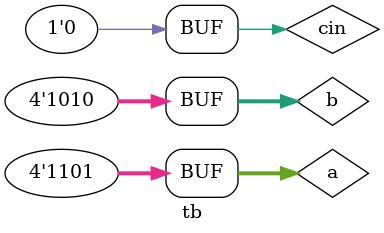
<source format=v>
module tb();
reg [3:0] a,b;
reg cin;
wire carry;
wire [3:0] sum;
ripplecarryadder RCA(a,b,cin,sum,carry);
initial
begin
a=4'b0001;b=4'b0010; cin=0;
#10 a=4'b0100;b=4'b0101; cin=1;
#10 a=4'b0111;b=4'b1000; cin=0;
#10 a=4'b1001;b=4'b1010; cin=1;
#10 a=4'b1101;b=4'b1010; cin=0;
end
initial
begin
$monitor ("%t ,a=%b , b=%b, cin=%b, sum=%b, carry=%b", $time , a, b, cin, sum, carry);
end
endmodule 
</source>
